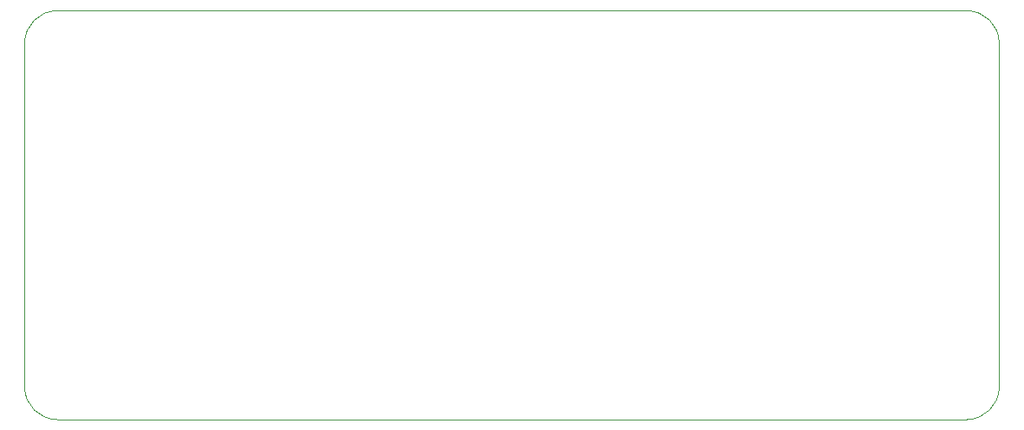
<source format=gbr>
G04 #@! TF.GenerationSoftware,KiCad,Pcbnew,(5.1.4)-1*
G04 #@! TF.CreationDate,2020-09-12T21:11:29+02:00*
G04 #@! TF.ProjectId,SBIO3,5342494f-332e-46b6-9963-61645f706362,rev?*
G04 #@! TF.SameCoordinates,Original*
G04 #@! TF.FileFunction,Profile,NP*
%FSLAX46Y46*%
G04 Gerber Fmt 4.6, Leading zero omitted, Abs format (unit mm)*
G04 Created by KiCad (PCBNEW (5.1.4)-1) date 2020-09-12 21:11:29*
%MOMM*%
%LPD*%
G04 APERTURE LIST*
%ADD10C,0.050000*%
G04 APERTURE END LIST*
D10*
X169545000Y-173990000D02*
G75*
G02X166370000Y-177165000I-3175000J0D01*
G01*
X166370000Y-137160000D02*
G75*
G02X169545000Y-140335000I0J-3175000D01*
G01*
X77470000Y-177165000D02*
G75*
G02X74295000Y-173990000I0J3175000D01*
G01*
X74295000Y-140335000D02*
G75*
G02X77470000Y-137160000I3175000J0D01*
G01*
X166370000Y-137160000D02*
X77470000Y-137160000D01*
X169545000Y-173990000D02*
X169545000Y-140335000D01*
X77470000Y-177165000D02*
X166370000Y-177165000D01*
X74295000Y-140335000D02*
X74295000Y-173990000D01*
M02*

</source>
